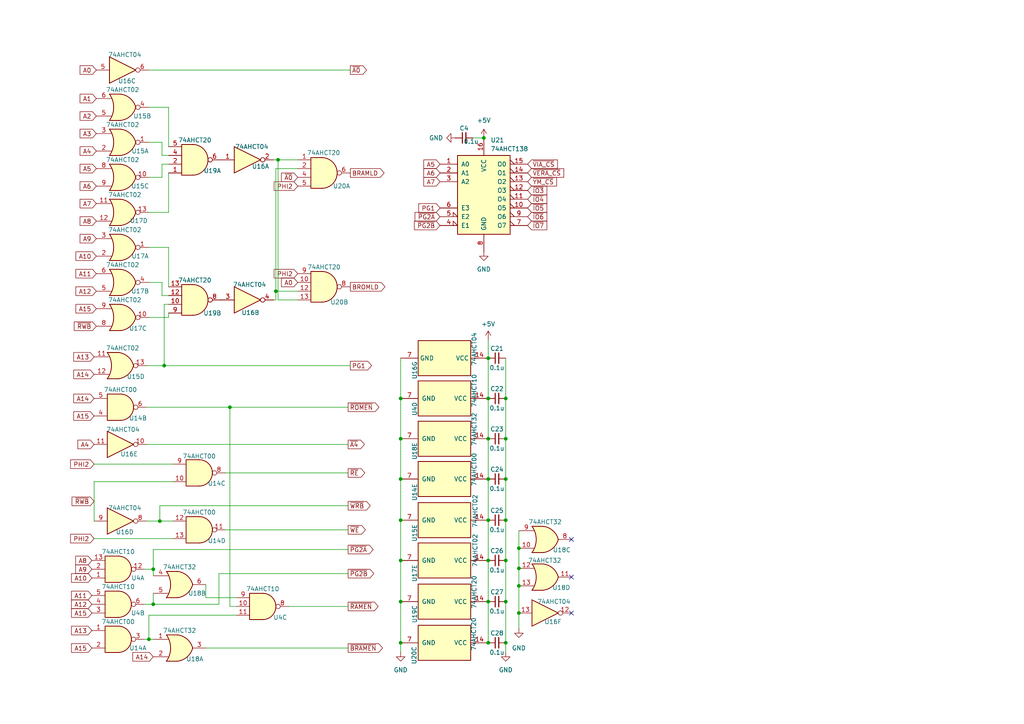
<source format=kicad_sch>
(kicad_sch (version 20231120) (generator "eeschema") (generator_version "8.0")
  (paper "A4")
  (title_block (title "OtterX") (date "2022-08-21") (rev "DV1 \"Sirius\"") (company "(C) 2023 Joe Burks"))
  (lib_symbols
    (symbol "74xx:74LS00" (pin_names (offset 1.016))
      (property "Reference" "U" (at 0 1.27 0))
      (property "Value" "74LS00" (at 0 -1.27 0))
      (symbol "74LS00_1_1"
        (pin input line (at -7.62 2.54 0) (length 3.81) (name "~") (number "1"))
        (pin input line (at -7.62 -2.54 0) (length 3.81) (name "~") (number "2"))
        (pin output inverted (at 7.62 0 180) (length 3.81) (name "~") (number "3"))
      )
      (symbol "74LS00_1_2"
        (pin input inverted (at -7.62 2.54 0) (length 4.318) (name "~") (number "1"))
        (pin input inverted (at -7.62 -2.54 0) (length 4.318) (name "~") (number "2"))
        (pin output line (at 7.62 0 180) (length 3.81) (name "~") (number "3"))
      )
      (symbol "74LS00_2_1"
        (pin input line (at -7.62 2.54 0) (length 3.81) (name "~") (number "4"))
        (pin input line (at -7.62 -2.54 0) (length 3.81) (name "~") (number "5"))
        (pin output inverted (at 7.62 0 180) (length 3.81) (name "~") (number "6"))
      )
      (symbol "74LS00_2_2"
        (pin input inverted (at -7.62 2.54 0) (length 4.318) (name "~") (number "4"))
        (pin input inverted (at -7.62 -2.54 0) (length 4.318) (name "~") (number "5"))
        (pin output line (at 7.62 0 180) (length 3.81) (name "~") (number "6"))
      )
      (symbol "74LS00_3_1"
        (pin input line (at -7.62 -2.54 0) (length 3.81) (name "~") (number "10"))
        (pin output inverted (at 7.62 0 180) (length 3.81) (name "~") (number "8"))
        (pin input line (at -7.62 2.54 0) (length 3.81) (name "~") (number "9"))
      )
      (symbol "74LS00_3_2"
        (pin input inverted (at -7.62 -2.54 0) (length 4.318) (name "~") (number "10"))
        (pin output line (at 7.62 0 180) (length 3.81) (name "~") (number "8"))
        (pin input inverted (at -7.62 2.54 0) (length 4.318) (name "~") (number "9"))
      )
      (symbol "74LS00_4_1"
        (pin output inverted (at 7.62 0 180) (length 3.81) (name "~") (number "11"))
        (pin input line (at -7.62 2.54 0) (length 3.81) (name "~") (number "12"))
        (pin input line (at -7.62 -2.54 0) (length 3.81) (name "~") (number "13"))
      )
      (symbol "74LS00_4_2"
        (pin output line (at 7.62 0 180) (length 3.81) (name "~") (number "11"))
        (pin input inverted (at -7.62 2.54 0) (length 4.318) (name "~") (number "12"))
        (pin input inverted (at -7.62 -2.54 0) (length 4.318) (name "~") (number "13"))
      )
      (symbol "74LS00_5_0"
        (pin power_in line (at 0 12.7 270) (length 5.08) (name "VCC") (number "14"))
        (pin power_in line (at 0 -12.7 90) (length 5.08) (name "GND") (number "7"))
      )
    )
    (symbol "74xx:74LS02" (pin_names (offset 1.016))
      (property "Reference" "U" (at 0 1.27 0))
      (property "Value" "74LS02" (at 0 -1.27 0))
      (symbol "74LS02_1_1"
        (pin output inverted (at 7.62 0 180) (length 3.81) (name "~") (number "1"))
        (pin input line (at -7.62 2.54 0) (length 4.318) (name "~") (number "2"))
        (pin input line (at -7.62 -2.54 0) (length 4.318) (name "~") (number "3"))
      )
      (symbol "74LS02_1_2"
        (pin output line (at 7.62 0 180) (length 3.81) (name "~") (number "1"))
        (pin input inverted (at -7.62 2.54 0) (length 3.81) (name "~") (number "2"))
        (pin input inverted (at -7.62 -2.54 0) (length 3.81) (name "~") (number "3"))
      )
      (symbol "74LS02_2_1"
        (pin output inverted (at 7.62 0 180) (length 3.81) (name "~") (number "4"))
        (pin input line (at -7.62 2.54 0) (length 4.318) (name "~") (number "5"))
        (pin input line (at -7.62 -2.54 0) (length 4.318) (name "~") (number "6"))
      )
      (symbol "74LS02_2_2"
        (pin output line (at 7.62 0 180) (length 3.81) (name "~") (number "4"))
        (pin input inverted (at -7.62 2.54 0) (length 3.81) (name "~") (number "5"))
        (pin input inverted (at -7.62 -2.54 0) (length 3.81) (name "~") (number "6"))
      )
      (symbol "74LS02_3_1"
        (pin output inverted (at 7.62 0 180) (length 3.81) (name "~") (number "10"))
        (pin input line (at -7.62 2.54 0) (length 4.318) (name "~") (number "8"))
        (pin input line (at -7.62 -2.54 0) (length 4.318) (name "~") (number "9"))
      )
      (symbol "74LS02_3_2"
        (pin output line (at 7.62 0 180) (length 3.81) (name "~") (number "10"))
        (pin input inverted (at -7.62 2.54 0) (length 3.81) (name "~") (number "8"))
        (pin input inverted (at -7.62 -2.54 0) (length 3.81) (name "~") (number "9"))
      )
      (symbol "74LS02_4_1"
        (pin input line (at -7.62 2.54 0) (length 4.318) (name "~") (number "11"))
        (pin input line (at -7.62 -2.54 0) (length 4.318) (name "~") (number "12"))
        (pin output inverted (at 7.62 0 180) (length 3.81) (name "~") (number "13"))
      )
      (symbol "74LS02_4_2"
        (pin input inverted (at -7.62 2.54 0) (length 3.81) (name "~") (number "11"))
        (pin input inverted (at -7.62 -2.54 0) (length 3.81) (name "~") (number "12"))
        (pin output line (at 7.62 0 180) (length 3.81) (name "~") (number "13"))
      )
      (symbol "74LS02_5_0"
        (pin power_in line (at 0 12.7 270) (length 5.08) (name "VCC") (number "14"))
        (pin power_in line (at 0 -12.7 90) (length 5.08) (name "GND") (number "7"))
      )
    )
    (symbol "74xx:74LS04"
      (property "Reference" "U" (at 0 1.27 0))
      (property "Value" "74LS04" (at 0 -1.27 0))
      (symbol "74LS04_1_0"
        (pin input line (at -7.62 0 0) (length 3.81) (name "~") (number "1"))
        (pin output inverted (at 7.62 0 180) (length 3.81) (name "~") (number "2"))
      )
      (symbol "74LS04_2_0"
        (pin input line (at -7.62 0 0) (length 3.81) (name "~") (number "3"))
        (pin output inverted (at 7.62 0 180) (length 3.81) (name "~") (number "4"))
      )
      (symbol "74LS04_3_0"
        (pin input line (at -7.62 0 0) (length 3.81) (name "~") (number "5"))
        (pin output inverted (at 7.62 0 180) (length 3.81) (name "~") (number "6"))
      )
      (symbol "74LS04_4_0"
        (pin output inverted (at 7.62 0 180) (length 3.81) (name "~") (number "8"))
        (pin input line (at -7.62 0 0) (length 3.81) (name "~") (number "9"))
      )
      (symbol "74LS04_5_0"
        (pin output inverted (at 7.62 0 180) (length 3.81) (name "~") (number "10"))
        (pin input line (at -7.62 0 0) (length 3.81) (name "~") (number "11"))
      )
      (symbol "74LS04_6_0"
        (pin output inverted (at 7.62 0 180) (length 3.81) (name "~") (number "12"))
        (pin input line (at -7.62 0 0) (length 3.81) (name "~") (number "13"))
      )
      (symbol "74LS04_7_0"
        (pin power_in line (at 0 12.7 270) (length 5.08) (name "VCC") (number "14"))
        (pin power_in line (at 0 -12.7 90) (length 5.08) (name "GND") (number "7"))
      )
    )
    (symbol "74xx:74LS10" (pin_names (offset 1.016))
      (property "Reference" "U" (at 0 1.27 0))
      (property "Value" "74LS10" (at 0 -1.27 0))
      (symbol "74LS10_1_1"
        (pin input line (at -7.62 2.54 0) (length 3.81) (name "~") (number "1"))
        (pin output inverted (at 7.62 0 180) (length 3.81) (name "~") (number "12"))
        (pin input line (at -7.62 -2.54 0) (length 3.81) (name "~") (number "13"))
        (pin input line (at -7.62 0 0) (length 3.81) (name "~") (number "2"))
      )
      (symbol "74LS10_1_2"
        (pin input inverted (at -7.62 2.54 0) (length 4.318) (name "~") (number "1"))
        (pin output line (at 7.62 0 180) (length 3.81) (name "~") (number "12"))
        (pin input inverted (at -7.62 -2.54 0) (length 4.318) (name "~") (number "13"))
        (pin input inverted (at -7.62 0 0) (length 4.953) (name "~") (number "2"))
      )
      (symbol "74LS10_2_1"
        (pin input line (at -7.62 2.54 0) (length 3.81) (name "~") (number "3"))
        (pin input line (at -7.62 0 0) (length 3.81) (name "~") (number "4"))
        (pin input line (at -7.62 -2.54 0) (length 3.81) (name "~") (number "5"))
        (pin output inverted (at 7.62 0 180) (length 3.81) (name "~") (number "6"))
      )
      (symbol "74LS10_2_2"
        (pin input inverted (at -7.62 2.54 0) (length 4.318) (name "~") (number "3"))
        (pin input inverted (at -7.62 0 0) (length 4.953) (name "~") (number "4"))
        (pin input inverted (at -7.62 -2.54 0) (length 4.318) (name "~") (number "5"))
        (pin output line (at 7.62 0 180) (length 3.81) (name "~") (number "6"))
      )
      (symbol "74LS10_3_1"
        (pin input line (at -7.62 0 0) (length 3.81) (name "~") (number "10"))
        (pin input line (at -7.62 -2.54 0) (length 3.81) (name "~") (number "11"))
        (pin output inverted (at 7.62 0 180) (length 3.81) (name "~") (number "8"))
        (pin input line (at -7.62 2.54 0) (length 3.81) (name "~") (number "9"))
      )
      (symbol "74LS10_3_2"
        (pin input inverted (at -7.62 0 0) (length 4.953) (name "~") (number "10"))
        (pin input inverted (at -7.62 -2.54 0) (length 4.318) (name "~") (number "11"))
        (pin output line (at 7.62 0 180) (length 3.81) (name "~") (number "8"))
        (pin input inverted (at -7.62 2.54 0) (length 4.318) (name "~") (number "9"))
      )
      (symbol "74LS10_4_0"
        (pin power_in line (at 0 12.7 270) (length 5.08) (name "VCC") (number "14"))
        (pin power_in line (at 0 -12.7 90) (length 5.08) (name "GND") (number "7"))
      )
    )
    (symbol "74xx:74LS138" (pin_names (offset 1.016))
      (property "Reference" "U" (at -7.62 11.43 0))
      (property "Value" "74LS138" (at -7.62 -13.97 0))
      (symbol "74LS138_1_0"
        (pin input line (at -12.7 7.62 0) (length 5.08) (name "A0") (number "1"))
        (pin output output_low (at 12.7 -5.08 180) (length 5.08) (name "O5") (number "10"))
        (pin output output_low (at 12.7 -2.54 180) (length 5.08) (name "O4") (number "11"))
        (pin output output_low (at 12.7 0 180) (length 5.08) (name "O3") (number "12"))
        (pin output output_low (at 12.7 2.54 180) (length 5.08) (name "O2") (number "13"))
        (pin output output_low (at 12.7 5.08 180) (length 5.08) (name "O1") (number "14"))
        (pin output output_low (at 12.7 7.62 180) (length 5.08) (name "O0") (number "15"))
        (pin power_in line (at 0 15.24 270) (length 5.08) (name "VCC") (number "16"))
        (pin input line (at -12.7 5.08 0) (length 5.08) (name "A1") (number "2"))
        (pin input line (at -12.7 2.54 0) (length 5.08) (name "A2") (number "3"))
        (pin input input_low (at -12.7 -10.16 0) (length 5.08) (name "E1") (number "4"))
        (pin input input_low (at -12.7 -7.62 0) (length 5.08) (name "E2") (number "5"))
        (pin input line (at -12.7 -5.08 0) (length 5.08) (name "E3") (number "6"))
        (pin output output_low (at 12.7 -10.16 180) (length 5.08) (name "O7") (number "7"))
        (pin power_in line (at 0 -17.78 90) (length 5.08) (name "GND") (number "8"))
        (pin output output_low (at 12.7 -7.62 180) (length 5.08) (name "O6") (number "9"))
      )
    )
    (symbol "74xx:74LS20" (pin_names (offset 1.016))
      (property "Reference" "U" (at 0 1.27 0))
      (property "Value" "74LS20" (at 0 -1.27 0))
      (symbol "74LS20_1_1"
        (pin input line (at -7.62 3.81 0) (length 3.81) (name "~") (number "1"))
        (pin input line (at -7.62 1.27 0) (length 3.81) (name "~") (number "2"))
        (pin input line (at -7.62 -1.27 0) (length 3.81) (name "~") (number "4"))
        (pin input line (at -7.62 -3.81 0) (length 3.81) (name "~") (number "5"))
        (pin output inverted (at 7.62 0 180) (length 3.81) (name "~") (number "6"))
      )
      (symbol "74LS20_1_2"
        (pin input inverted (at -7.62 3.81 0) (length 3.81) (name "~") (number "1"))
        (pin input inverted (at -7.62 1.27 0) (length 4.826) (name "~") (number "2"))
        (pin input inverted (at -7.62 -1.27 0) (length 4.826) (name "~") (number "4"))
        (pin input inverted (at -7.62 -3.81 0) (length 3.81) (name "~") (number "5"))
        (pin output line (at 7.62 0 180) (length 3.81) (name "~") (number "6"))
      )
      (symbol "74LS20_2_1"
        (pin input line (at -7.62 1.27 0) (length 3.81) (name "~") (number "10"))
        (pin input line (at -7.62 -1.27 0) (length 3.81) (name "~") (number "12"))
        (pin input line (at -7.62 -3.81 0) (length 3.81) (name "~") (number "13"))
        (pin output inverted (at 7.62 0 180) (length 3.81) (name "~") (number "8"))
        (pin input line (at -7.62 3.81 0) (length 3.81) (name "~") (number "9"))
      )
      (symbol "74LS20_2_2"
        (pin input inverted (at -7.62 1.27 0) (length 4.826) (name "~") (number "10"))
        (pin input inverted (at -7.62 -1.27 0) (length 4.826) (name "~") (number "12"))
        (pin input inverted (at -7.62 -3.81 0) (length 3.81) (name "~") (number "13"))
        (pin output line (at 7.62 0 180) (length 3.81) (name "~") (number "8"))
        (pin input inverted (at -7.62 3.81 0) (length 3.81) (name "~") (number "9"))
      )
      (symbol "74LS20_3_0"
        (pin power_in line (at 0 12.7 270) (length 5.08) (name "VCC") (number "14"))
        (pin power_in line (at 0 -12.7 90) (length 5.08) (name "GND") (number "7"))
      )
    )
    (symbol "74xx:74LS32" (pin_names (offset 1.016))
      (property "Reference" "U" (at 0 1.27 0))
      (property "Value" "74LS32" (at 0 -1.27 0))
      (symbol "74LS32_1_1"
        (pin input line (at -7.62 2.54 0) (length 4.318) (name "~") (number "1"))
        (pin input line (at -7.62 -2.54 0) (length 4.318) (name "~") (number "2"))
        (pin output line (at 7.62 0 180) (length 3.81) (name "~") (number "3"))
      )
      (symbol "74LS32_1_2"
        (pin input inverted (at -7.62 2.54 0) (length 3.81) (name "~") (number "1"))
        (pin input inverted (at -7.62 -2.54 0) (length 3.81) (name "~") (number "2"))
        (pin output inverted (at 7.62 0 180) (length 3.81) (name "~") (number "3"))
      )
      (symbol "74LS32_2_1"
        (pin input line (at -7.62 2.54 0) (length 4.318) (name "~") (number "4"))
        (pin input line (at -7.62 -2.54 0) (length 4.318) (name "~") (number "5"))
        (pin output line (at 7.62 0 180) (length 3.81) (name "~") (number "6"))
      )
      (symbol "74LS32_2_2"
        (pin input inverted (at -7.62 2.54 0) (length 3.81) (name "~") (number "4"))
        (pin input inverted (at -7.62 -2.54 0) (length 3.81) (name "~") (number "5"))
        (pin output inverted (at 7.62 0 180) (length 3.81) (name "~") (number "6"))
      )
      (symbol "74LS32_3_1"
        (pin input line (at -7.62 -2.54 0) (length 4.318) (name "~") (number "10"))
        (pin output line (at 7.62 0 180) (length 3.81) (name "~") (number "8"))
        (pin input line (at -7.62 2.54 0) (length 4.318) (name "~") (number "9"))
      )
      (symbol "74LS32_3_2"
        (pin input inverted (at -7.62 -2.54 0) (length 3.81) (name "~") (number "10"))
        (pin output inverted (at 7.62 0 180) (length 3.81) (name "~") (number "8"))
        (pin input inverted (at -7.62 2.54 0) (length 3.81) (name "~") (number "9"))
      )
      (symbol "74LS32_4_1"
        (pin output line (at 7.62 0 180) (length 3.81) (name "~") (number "11"))
        (pin input line (at -7.62 2.54 0) (length 4.318) (name "~") (number "12"))
        (pin input line (at -7.62 -2.54 0) (length 4.318) (name "~") (number "13"))
      )
      (symbol "74LS32_4_2"
        (pin output inverted (at 7.62 0 180) (length 3.81) (name "~") (number "11"))
        (pin input inverted (at -7.62 2.54 0) (length 3.81) (name "~") (number "12"))
        (pin input inverted (at -7.62 -2.54 0) (length 3.81) (name "~") (number "13"))
      )
      (symbol "74LS32_5_0"
        (pin power_in line (at 0 12.7 270) (length 5.08) (name "VCC") (number "14"))
        (pin power_in line (at 0 -12.7 90) (length 5.08) (name "GND") (number "7"))
      )
    )
    (symbol "Device:C_Small" (pin_numbers hide) (pin_names (offset 0.254) hide)
      (property "Reference" "C" (at 0.254 1.778 0))
      (property "Value" "C_Small" (at 0.254 -2.032 0))
      (symbol "C_Small_1_1"
        (pin passive line (at 0 2.54 270) (length 2.032) (name "~") (number "1"))
        (pin passive line (at 0 -2.54 90) (length 2.032) (name "~") (number "2"))
      )
    )
    (symbol "power:+5V" (power) (pin_numbers hide) (pin_names (offset 0) hide)
      (property "Value" "+5V" (at 0 3.556 0))
      (symbol "+5V_1_1"
        (pin power_in line (at 0 0 90) (length 0) (name "~") (number "1"))
      )
    )
    (symbol "power:GND" (power) (pin_numbers hide) (pin_names (offset 0) hide)
      (property "Value" "GND" (at 0 -3.81 0))
      (symbol "GND_1_1"
        (pin power_in line (at 0 0 270) (length 0) (name "~") (number "1"))
      )
    )
  )
  (junction (at 141.605 186.436))
  (junction (at 146.685 186.436))
  (junction (at 146.685 150.876))
  (junction (at 46.355 151.13))
  (junction (at 116.205 127.254))
  (junction (at 43.18 185.42))
  (junction (at 80.645 46.355))
  (junction (at 140.335 40.005))
  (junction (at 141.605 162.56))
  (junction (at 116.205 162.56))
  (junction (at 116.205 174.498))
  (junction (at 116.205 138.938))
  (junction (at 44.45 175.26))
  (junction (at 44.45 165.1))
  (junction (at 141.605 127.254))
  (junction (at 80.01 84.455))
  (junction (at 146.685 174.498))
  (junction (at 146.685 115.57))
  (junction (at 146.685 127.254))
  (junction (at 141.605 103.886))
  (junction (at 116.205 150.876))
  (junction (at 116.205 186.436))
  (junction (at 150.495 159.004))
  (junction (at 141.605 115.57))
  (junction (at 141.605 138.938))
  (junction (at 150.495 169.926))
  (junction (at 146.685 138.938))
  (junction (at 150.495 164.846))
  (junction (at 141.605 174.498))
  (junction (at 150.495 177.8))
  (junction (at 141.605 150.876))
  (junction (at 146.685 162.56))
  (junction (at 66.675 118.11))
  (junction (at 47.625 106.045))
  (junction (at 116.205 115.57))
  (no_connect (at 165.735 156.464))
  (no_connect (at 165.735 167.386))
  (no_connect (at 165.735 177.8))
  (wire (pts (xy 141.605 127.254) (xy 141.605 138.938)))
  (wire (pts (xy 48.895 31.115) (xy 43.18 31.115)))
  (wire (pts (xy 43.18 185.42) (xy 44.45 185.42)))
  (wire (pts (xy 80.645 46.355) (xy 80.645 86.995)))
  (wire (pts (xy 141.605 150.876) (xy 141.605 162.56)))
  (wire (pts (xy 27.305 134.62) (xy 50.165 134.62)))
  (wire (pts (xy 116.205 186.436) (xy 116.205 189.23)))
  (wire (pts (xy 41.91 175.26) (xy 44.45 175.26)))
  (wire (pts (xy 146.685 162.56) (xy 146.685 174.498)))
  (wire (pts (xy 63.5 175.26) (xy 63.5 166.37)))
  (wire (pts (xy 46.99 51.435) (xy 43.18 51.435)))
  (wire (pts (xy 46.99 45.085) (xy 46.99 41.275)))
  (wire (pts (xy 80.01 48.895) (xy 86.36 48.895)))
  (wire (pts (xy 47.625 88.265) (xy 48.895 88.265)))
  (wire (pts (xy 47.625 106.045) (xy 101.6 106.045)))
  (wire (pts (xy 79.375 86.995) (xy 80.01 86.995)))
  (wire (pts (xy 141.605 98.552) (xy 141.605 103.886)))
  (wire (pts (xy 48.895 83.185) (xy 48.895 71.755)))
  (wire (pts (xy 150.495 159.004) (xy 150.495 164.846)))
  (wire (pts (xy 44.45 175.26) (xy 63.5 175.26)))
  (wire (pts (xy 116.205 174.498) (xy 116.205 186.436)))
  (wire (pts (xy 27.305 139.7) (xy 50.165 139.7)))
  (wire (pts (xy 66.675 175.895) (xy 66.675 118.11)))
  (wire (pts (xy 116.205 138.938) (xy 116.205 150.876)))
  (wire (pts (xy 43.18 178.435) (xy 43.18 185.42)))
  (wire (pts (xy 141.605 103.886) (xy 141.605 115.57)))
  (wire (pts (xy 44.45 172.085) (xy 44.45 175.26)))
  (wire (pts (xy 43.18 81.915) (xy 46.99 81.915)))
  (wire (pts (xy 146.685 150.876) (xy 146.685 162.56)))
  (wire (pts (xy 44.45 165.1) (xy 41.91 165.1)))
  (wire (pts (xy 46.99 41.275) (xy 43.18 41.275)))
  (wire (pts (xy 44.45 165.1) (xy 44.45 159.385)))
  (wire (pts (xy 141.605 138.938) (xy 141.605 150.876)))
  (wire (pts (xy 43.18 71.755) (xy 48.895 71.755)))
  (wire (pts (xy 79.375 46.355) (xy 80.645 46.355)))
  (wire (pts (xy 146.685 186.436) (xy 146.685 189.23)))
  (wire (pts (xy 146.685 138.938) (xy 146.685 150.876)))
  (wire (pts (xy 80.01 48.895) (xy 80.01 84.455)))
  (wire (pts (xy 100.965 175.895) (xy 83.82 175.895)))
  (wire (pts (xy 150.495 169.926) (xy 150.495 177.8)))
  (wire (pts (xy 116.205 103.886) (xy 116.205 115.57)))
  (wire (pts (xy 42.545 106.045) (xy 47.625 106.045)))
  (wire (pts (xy 150.495 164.846) (xy 150.495 169.926)))
  (wire (pts (xy 100.965 153.67) (xy 65.405 153.67)))
  (wire (pts (xy 44.45 159.385) (xy 100.965 159.385)))
  (wire (pts (xy 80.645 86.995) (xy 86.36 86.995)))
  (wire (pts (xy 100.965 187.96) (xy 59.69 187.96)))
  (wire (pts (xy 66.675 118.11) (xy 100.965 118.11)))
  (wire (pts (xy 43.18 92.075) (xy 48.895 92.075)))
  (wire (pts (xy 44.45 165.1) (xy 44.45 167.005)))
  (wire (pts (xy 68.58 175.895) (xy 66.675 175.895)))
  (wire (pts (xy 48.895 50.165) (xy 48.895 61.595)))
  (wire (pts (xy 48.895 90.805) (xy 48.895 92.075)))
  (wire (pts (xy 48.895 61.595) (xy 43.18 61.595)))
  (wire (pts (xy 48.895 47.625) (xy 46.99 47.625)))
  (wire (pts (xy 141.605 174.498) (xy 141.605 186.436)))
  (wire (pts (xy 48.895 45.085) (xy 46.99 45.085)))
  (wire (pts (xy 42.545 128.905) (xy 100.965 128.905)))
  (wire (pts (xy 80.645 46.355) (xy 86.36 46.355)))
  (wire (pts (xy 46.99 47.625) (xy 46.99 51.435)))
  (wire (pts (xy 141.605 115.57) (xy 141.605 127.254)))
  (wire (pts (xy 116.205 150.876) (xy 116.205 162.56)))
  (wire (pts (xy 80.01 84.455) (xy 80.01 86.995)))
  (wire (pts (xy 100.965 146.685) (xy 46.355 146.685)))
  (wire (pts (xy 146.685 174.498) (xy 146.685 186.436)))
  (wire (pts (xy 43.18 178.435) (xy 68.58 178.435)))
  (wire (pts (xy 80.01 84.455) (xy 86.36 84.455)))
  (wire (pts (xy 46.355 151.13) (xy 50.165 151.13)))
  (wire (pts (xy 116.205 162.56) (xy 116.205 174.498)))
  (wire (pts (xy 42.545 118.11) (xy 66.675 118.11)))
  (wire (pts (xy 116.205 127.254) (xy 116.205 138.938)))
  (wire (pts (xy 150.495 153.924) (xy 150.495 159.004)))
  (wire (pts (xy 137.16 40.005) (xy 140.335 40.005)))
  (wire (pts (xy 146.685 127.254) (xy 146.685 138.938)))
  (wire (pts (xy 48.895 42.545) (xy 48.895 31.115)))
  (wire (pts (xy 27.305 151.13) (xy 27.305 139.7)))
  (wire (pts (xy 100.965 137.16) (xy 65.405 137.16)))
  (wire (pts (xy 116.205 115.57) (xy 116.205 127.254)))
  (wire (pts (xy 42.545 151.13) (xy 46.355 151.13)))
  (wire (pts (xy 41.91 185.42) (xy 43.18 185.42)))
  (wire (pts (xy 59.69 173.355) (xy 68.58 173.355)))
  (wire (pts (xy 146.685 115.57) (xy 146.685 127.254)))
  (wire (pts (xy 101.6 20.32) (xy 43.18 20.32)))
  (wire (pts (xy 46.99 85.725) (xy 46.99 81.915)))
  (wire (pts (xy 150.495 177.8) (xy 150.495 182.372)))
  (wire (pts (xy 48.895 85.725) (xy 46.99 85.725)))
  (wire (pts (xy 146.685 103.886) (xy 146.685 115.57)))
  (wire (pts (xy 63.5 166.37) (xy 100.965 166.37)))
  (wire (pts (xy 59.69 169.545) (xy 59.69 173.355)))
  (wire (pts (xy 46.355 146.685) (xy 46.355 151.13)))
  (wire (pts (xy 27.305 156.21) (xy 50.165 156.21)))
  (wire (pts (xy 141.605 162.56) (xy 141.605 174.498)))
  (wire (pts (xy 47.625 88.265) (xy 47.625 106.045)))
  (global_label "A8" (shape input) (at 26.67 162.56 180) (property "Intersheetrefs" "${INTERSHEET_REFS}" (effects (hide yes))))
  (global_label "PHI2" (shape input) (at 86.36 53.975 180) (property "Intersheetrefs" "${INTERSHEET_REFS}" (effects (hide yes))))
  (global_label "A0" (shape input) (at 27.94 20.32 180) (property "Intersheetrefs" "${INTERSHEET_REFS}" (effects (hide yes))))
  (global_label "~{IO6}" (shape input) (at 153.035 62.865 0) (property "Intersheetrefs" "${INTERSHEET_REFS}" (effects (hide yes))))
  (global_label "A11" (shape input) (at 27.94 79.375 180) (property "Intersheetrefs" "${INTERSHEET_REFS}" (effects (hide yes))))
  (global_label "BROMLD" (shape output) (at 101.6 83.185 0) (property "Intersheetrefs" "${INTERSHEET_REFS}" (effects (hide yes))))
  (global_label "A13" (shape input) (at 27.305 103.505 180) (property "Intersheetrefs" "${INTERSHEET_REFS}" (effects (hide yes))))
  (global_label "A4" (shape input) (at 27.94 43.815 180) (property "Intersheetrefs" "${INTERSHEET_REFS}" (effects (hide yes))))
  (global_label "A3" (shape input) (at 27.94 38.735 180) (property "Intersheetrefs" "${INTERSHEET_REFS}" (effects (hide yes))))
  (global_label "A15" (shape input) (at 26.67 177.8 180) (property "Intersheetrefs" "${INTERSHEET_REFS}" (effects (hide yes))))
  (global_label "~{IO4}" (shape input) (at 153.035 57.785 0) (property "Intersheetrefs" "${INTERSHEET_REFS}" (effects (hide yes))))
  (global_label "A8" (shape input) (at 27.94 64.135 180) (property "Intersheetrefs" "${INTERSHEET_REFS}" (effects (hide yes))))
  (global_label "~{A4}" (shape output) (at 100.965 128.905 0) (property "Intersheetrefs" "${INTERSHEET_REFS}" (effects (hide yes))))
  (global_label "~{YM_CS}" (shape input) (at 153.035 52.705 0) (property "Intersheetrefs" "${INTERSHEET_REFS}" (effects (hide yes))))
  (global_label "A6" (shape input) (at 127.635 50.165 180) (property "Intersheetrefs" "${INTERSHEET_REFS}" (effects (hide yes))))
  (global_label "~{WE}" (shape output) (at 100.965 153.67 0) (property "Intersheetrefs" "${INTERSHEET_REFS}" (effects (hide yes))))
  (global_label "A9" (shape input) (at 27.94 69.215 180) (property "Intersheetrefs" "${INTERSHEET_REFS}" (effects (hide yes))))
  (global_label "A4" (shape input) (at 27.305 128.905 180) (property "Intersheetrefs" "${INTERSHEET_REFS}" (effects (hide yes))))
  (global_label "A15" (shape input) (at 26.67 187.96 180) (property "Intersheetrefs" "${INTERSHEET_REFS}" (effects (hide yes))))
  (global_label "A15" (shape input) (at 27.305 120.65 180) (property "Intersheetrefs" "${INTERSHEET_REFS}" (effects (hide yes))))
  (global_label "PHI2" (shape input) (at 86.36 79.375 180) (property "Intersheetrefs" "${INTERSHEET_REFS}" (effects (hide yes))))
  (global_label "~{PG2B}" (shape output) (at 100.965 166.37 0) (property "Intersheetrefs" "${INTERSHEET_REFS}" (effects (hide yes))))
  (global_label "A1" (shape input) (at 27.94 28.575 180) (property "Intersheetrefs" "${INTERSHEET_REFS}" (effects (hide yes))))
  (global_label "~{RWB}" (shape input) (at 27.305 145.415 180) (property "Intersheetrefs" "${INTERSHEET_REFS}" (effects (hide yes))))
  (global_label "~{PG2A}" (shape output) (at 100.965 159.385 0) (property "Intersheetrefs" "${INTERSHEET_REFS}" (effects (hide yes))))
  (global_label "A2" (shape input) (at 27.94 33.655 180) (property "Intersheetrefs" "${INTERSHEET_REFS}" (effects (hide yes))))
  (global_label "A6" (shape input) (at 27.94 53.975 180) (property "Intersheetrefs" "${INTERSHEET_REFS}" (effects (hide yes))))
  (global_label "A10" (shape input) (at 26.67 167.64 180) (property "Intersheetrefs" "${INTERSHEET_REFS}" (effects (hide yes))))
  (global_label "A12" (shape input) (at 27.94 84.455 180) (property "Intersheetrefs" "${INTERSHEET_REFS}" (effects (hide yes))))
  (global_label "~{IO7}" (shape input) (at 153.035 65.405 0) (property "Intersheetrefs" "${INTERSHEET_REFS}" (effects (hide yes))))
  (global_label "A7" (shape input) (at 27.94 59.055 180) (property "Intersheetrefs" "${INTERSHEET_REFS}" (effects (hide yes))))
  (global_label "~{RAMEN}" (shape output) (at 100.965 175.895 0) (property "Intersheetrefs" "${INTERSHEET_REFS}" (effects (hide yes))))
  (global_label "~{RE}" (shape output) (at 100.965 137.16 0) (property "Intersheetrefs" "${INTERSHEET_REFS}" (effects (hide yes))))
  (global_label "A14" (shape input) (at 27.305 115.57 180) (property "Intersheetrefs" "${INTERSHEET_REFS}" (effects (hide yes))))
  (global_label "A5" (shape input) (at 27.94 48.895 180) (property "Intersheetrefs" "${INTERSHEET_REFS}" (effects (hide yes))))
  (global_label "A5" (shape input) (at 127.635 47.625 180) (property "Intersheetrefs" "${INTERSHEET_REFS}" (effects (hide yes))))
  (global_label "~{ROMEN}" (shape output) (at 100.965 118.11 0) (property "Intersheetrefs" "${INTERSHEET_REFS}" (effects (hide yes))))
  (global_label "~{PG2A}" (shape input) (at 127.635 62.865 180) (property "Intersheetrefs" "${INTERSHEET_REFS}" (effects (hide yes))))
  (global_label "A7" (shape input) (at 127.635 52.705 180) (property "Intersheetrefs" "${INTERSHEET_REFS}" (effects (hide yes))))
  (global_label "~{IO5}" (shape input) (at 153.035 60.325 0) (property "Intersheetrefs" "${INTERSHEET_REFS}" (effects (hide yes))))
  (global_label "A11" (shape input) (at 26.67 172.72 180) (property "Intersheetrefs" "${INTERSHEET_REFS}" (effects (hide yes))))
  (global_label "A15" (shape input) (at 27.94 89.535 180) (property "Intersheetrefs" "${INTERSHEET_REFS}" (effects (hide yes))))
  (global_label "A0" (shape input) (at 86.36 81.915 180) (property "Intersheetrefs" "${INTERSHEET_REFS}" (effects (hide yes))))
  (global_label "A12" (shape input) (at 26.67 175.26 180) (property "Intersheetrefs" "${INTERSHEET_REFS}" (effects (hide yes))))
  (global_label "~{WRB}" (shape output) (at 100.965 146.685 0) (property "Intersheetrefs" "${INTERSHEET_REFS}" (effects (hide yes))))
  (global_label "~{PG2B}" (shape input) (at 127.635 65.405 180) (property "Intersheetrefs" "${INTERSHEET_REFS}" (effects (hide yes))))
  (global_label "~{A0}" (shape output) (at 101.6 20.32 0) (property "Intersheetrefs" "${INTERSHEET_REFS}" (effects (hide yes))))
  (global_label "A14" (shape input) (at 44.45 190.5 180) (property "Intersheetrefs" "${INTERSHEET_REFS}" (effects (hide yes))))
  (global_label "A9" (shape input) (at 26.67 165.1 180) (property "Intersheetrefs" "${INTERSHEET_REFS}" (effects (hide yes))))
  (global_label "A13" (shape input) (at 26.67 182.88 180) (property "Intersheetrefs" "${INTERSHEET_REFS}" (effects (hide yes))))
  (global_label "~{RWB}" (shape input) (at 27.94 94.615 180) (property "Intersheetrefs" "${INTERSHEET_REFS}" (effects (hide yes))))
  (global_label "PHI2" (shape input) (at 27.305 134.62 180) (property "Intersheetrefs" "${INTERSHEET_REFS}" (effects (hide yes))))
  (global_label "~{VIA_CS}" (shape input) (at 153.035 47.625 0) (property "Intersheetrefs" "${INTERSHEET_REFS}" (effects (hide yes))))
  (global_label "PG1" (shape input) (at 127.635 60.325 180) (property "Intersheetrefs" "${INTERSHEET_REFS}" (effects (hide yes))))
  (global_label "BRAMLD" (shape output) (at 101.6 50.165 0) (property "Intersheetrefs" "${INTERSHEET_REFS}" (effects (hide yes))))
  (global_label "A14" (shape input) (at 27.305 108.585 180) (property "Intersheetrefs" "${INTERSHEET_REFS}" (effects (hide yes))))
  (global_label "~{BRAMEN}" (shape output) (at 100.965 187.96 0) (property "Intersheetrefs" "${INTERSHEET_REFS}" (effects (hide yes))))
  (global_label "~{VERA_CS}" (shape input) (at 153.035 50.165 0) (property "Intersheetrefs" "${INTERSHEET_REFS}" (effects (hide yes))))
  (global_label "PG1" (shape output) (at 101.6 106.045 0) (property "Intersheetrefs" "${INTERSHEET_REFS}" (effects (hide yes))))
  (global_label "PHI2" (shape input) (at 27.305 156.21 180) (property "Intersheetrefs" "${INTERSHEET_REFS}" (effects (hide yes))))
  (global_label "~{A0}" (shape input) (at 86.36 51.435 180) (property "Intersheetrefs" "${INTERSHEET_REFS}" (effects (hide yes))))
  (global_label "~{IO3}" (shape input) (at 153.035 55.245 0) (property "Intersheetrefs" "${INTERSHEET_REFS}" (effects (hide yes))))
  (global_label "A10" (shape input) (at 27.94 74.295 180) (property "Intersheetrefs" "${INTERSHEET_REFS}" (effects (hide yes))))
  (symbol (lib_id "74xx:74LS32") (at 158.115 156.464 0) (unit 3)
    (property "Reference" "U18" (at 162.941 159.512 0))
    (property "Value" "74AHCT32" (at 158.115 151.384 0))
    (property "Footprint" "OtterX:DIP-14_W7.62mm_ShortWidePads" (effects (hide yes)))
    (property "Datasheet" "http://www.ti.com/lit/gpn/sn74LS32" (effects (hide yes)))
  )
  (symbol (lib_id "Device:C_Small") (at 144.145 115.57 90) (unit 1)
    (property "Reference" "C22" (at 144.145 112.776 90))
    (property "Value" "0.1u" (at 144.145 118.364 90))
    (property "Footprint" "Capacitor_THT:C_Disc_D4.3mm_W1.9mm_P5.00mm" (effects (hide yes)))
  )
  (symbol (lib_id "Device:C_Small") (at 144.145 103.886 90) (unit 1)
    (property "Reference" "C21" (at 144.145 101.092 90))
    (property "Value" "0.1u" (at 144.145 106.68 90))
    (property "Footprint" "Capacitor_THT:C_Disc_D4.3mm_W1.9mm_P5.00mm" (effects (hide yes)))
  )
  (symbol (lib_id "74xx:74LS02") (at 35.56 92.075 0) (mirror x) (unit 3)
    (property "Reference" "U17" (at 40.005 95.25 0))
    (property "Value" "74AHCT02" (at 36.195 86.995 0))
    (property "Footprint" "OtterX:DIP-14_W7.62mm_ShortWidePads" (effects (hide yes)))
    (property "Datasheet" "http://www.ti.com/lit/gpn/sn74ls02" (effects (hide yes)))
  )
  (symbol (lib_id "74xx:74LS10") (at 34.29 165.1 0) (mirror x) (unit 1)
    (property "Reference" "U4" (at 40.005 167.64 0))
    (property "Value" "74AHCT10" (at 34.29 160.02 0))
    (property "Footprint" "OtterX:DIP-14_W7.62mm_ShortWidePads" (effects (hide yes)))
    (property "Datasheet" "http://www.ti.com/lit/gpn/sn74LS10" (effects (hide yes)))
  )
  (symbol (lib_id "74xx:74LS32") (at 52.07 187.96 0) (unit 1)
    (property "Reference" "U18" (at 56.515 191.135 0))
    (property "Value" "74AHCT32" (at 52.07 182.88 0))
    (property "Footprint" "OtterX:DIP-14_W7.62mm_ShortWidePads" (effects (hide yes)))
    (property "Datasheet" "http://www.ti.com/lit/gpn/sn74LS32" (effects (hide yes)))
  )
  (symbol (lib_id "power:GND") (at 150.495 182.372 0) (unit 1)
    (property "Reference" "#PWR034" (effects (hide yes)))
    (property "Value" "GND" (at 150.495 187.96 0))
    (property "Description" "Power symbol creates a global label with name \"GND\" , ground" (effects (hide yes)))
  )
  (symbol (lib_id "74xx:74LS20") (at 56.515 86.995 0) (mirror x) (unit 2)
    (property "Reference" "U19" (at 61.595 90.805 0))
    (property "Value" "74AHCT20" (at 56.515 81.28 0))
    (property "Footprint" "OtterX:DIP-14_W7.62mm_ShortWidePads" (effects (hide yes)))
    (property "Datasheet" "http://www.ti.com/lit/gpn/sn74LS20" (effects (hide yes)))
    (property "Description" "Dual 4-input NAND" (effects (hide yes)))
  )
  (symbol (lib_id "74xx:74LS20") (at 93.98 83.185 0) (unit 2)
    (property "Reference" "U20" (at 98.425 87.63 0))
    (property "Value" "74AHCT20" (at 93.98 77.47 0))
    (property "Footprint" "OtterX:DIP-14_W7.62mm_ShortWidePads" (effects (hide yes)))
    (property "Datasheet" "http://www.ti.com/lit/gpn/sn74LS20" (effects (hide yes)))
    (property "Description" "Dual 4-input NAND" (effects (hide yes)))
  )
  (symbol (lib_id "power:+5V") (at 140.335 40.005 0) (unit 1)
    (property "Reference" "#PWR030" (effects (hide yes)))
    (property "Value" "+5V" (at 140.335 34.925 0))
    (property "Description" "Power symbol creates a global label with name \"+5V\"" (effects (hide yes)))
  )
  (symbol (lib_id "74xx:74LS04") (at 128.905 103.886 270) (unit 7)
    (property "Reference" "U16" (at 120.269 104.775 0) (effects (justify left)))
    (property "Value" "74AHCT04" (at 137.541 96.393 0) (effects (justify left)))
    (property "Footprint" "OtterX:DIP-14_W7.62mm_ShortWidePads" (effects (hide yes)))
    (property "Datasheet" "http://www.ti.com/lit/gpn/sn74LS04" (effects (hide yes)))
  )
  (symbol (lib_id "power:GND") (at 116.205 189.23 0) (unit 1)
    (property "Reference" "#PWR026" (effects (hide yes)))
    (property "Value" "GND" (at 116.205 194.31 0))
    (property "Description" "Power symbol creates a global label with name \"GND\" , ground" (effects (hide yes)))
  )
  (symbol (lib_id "74xx:74LS04") (at 158.115 177.8 0) (unit 6)
    (property "Reference" "U16" (at 160.401 180.34 0))
    (property "Value" "74AHCT04" (at 160.655 174.498 0))
    (property "Footprint" "OtterX:DIP-14_W7.62mm_ShortWidePads" (effects (hide yes)))
    (property "Datasheet" "http://www.ti.com/lit/gpn/sn74LS04" (effects (hide yes)))
  )
  (symbol (lib_id "Device:C_Small") (at 144.145 138.938 90) (unit 1)
    (property "Reference" "C24" (at 144.145 136.144 90))
    (property "Value" "0.1u" (at 144.145 141.732 90))
    (property "Footprint" "Capacitor_THT:C_Disc_D4.3mm_W1.9mm_P5.00mm" (effects (hide yes)))
  )
  (symbol (lib_id "Device:C_Small") (at 144.145 186.436 90) (unit 1)
    (property "Reference" "C28" (at 144.145 183.642 90))
    (property "Value" "0.1u" (at 144.145 189.23 90))
    (property "Footprint" "Capacitor_THT:C_Disc_D4.3mm_W1.9mm_P5.00mm" (effects (hide yes)))
  )
  (symbol (lib_id "74xx:74LS00") (at 34.29 185.42 0) (unit 1)
    (property "Reference" "U14" (at 40.005 187.96 0))
    (property "Value" "74AHCT00" (at 34.29 180.34 0))
    (property "Footprint" "OtterX:DIP-14_W7.62mm_ShortWidePads" (effects (hide yes)))
    (property "Datasheet" "http://www.ti.com/lit/gpn/sn74ls00" (effects (hide yes)))
  )
  (symbol (lib_id "power:GND") (at 132.08 40.005 270) (unit 1)
    (property "Reference" "#PWR027" (effects (hide yes)))
    (property "Value" "GND" (at 128.524 40.0049 90) (effects (justify right)))
    (property "Description" "Power symbol creates a global label with name \"GND\" , ground" (effects (hide yes)))
  )
  (symbol (lib_id "74xx:74LS02") (at 128.905 150.876 270) (unit 5)
    (property "Reference" "U15" (at 120.269 152.019 0) (effects (justify left)))
    (property "Value" "74AHCT02" (at 137.795 143.383 0) (effects (justify left)))
    (property "Footprint" "OtterX:DIP-14_W7.62mm_ShortWidePads" (effects (hide yes)))
    (property "Datasheet" "http://www.ti.com/lit/gpn/sn74ls02" (effects (hide yes)))
  )
  (symbol (lib_id "74xx:74LS32") (at 128.905 127.254 270) (unit 5)
    (property "Reference" "U18" (at 120.269 128.27 0) (effects (justify left)))
    (property "Value" "74AHCT32" (at 137.541 119.634 0) (effects (justify left)))
    (property "Footprint" "OtterX:DIP-14_W7.62mm_ShortWidePads" (effects (hide yes)))
    (property "Datasheet" "http://www.ti.com/lit/gpn/sn74LS32" (effects (hide yes)))
  )
  (symbol (lib_id "74xx:74LS10") (at 34.29 175.26 0) (mirror x) (unit 2)
    (property "Reference" "U4" (at 40.005 177.8 0))
    (property "Value" "74AHCT10" (at 34.29 170.18 0))
    (property "Footprint" "OtterX:DIP-14_W7.62mm_ShortWidePads" (effects (hide yes)))
    (property "Datasheet" "http://www.ti.com/lit/gpn/sn74LS10" (effects (hide yes)))
  )
  (symbol (lib_id "74xx:74LS04") (at 35.56 20.32 0) (unit 3)
    (property "Reference" "U16" (at 36.83 23.495 0))
    (property "Value" "74AHCT04" (at 36.195 15.875 0))
    (property "Footprint" "OtterX:DIP-14_W7.62mm_ShortWidePads" (effects (hide yes)))
    (property "Datasheet" "http://www.ti.com/lit/gpn/sn74LS04" (effects (hide yes)))
  )
  (symbol (lib_id "Device:C_Small") (at 144.145 162.56 90) (unit 1)
    (property "Reference" "C26" (at 144.145 159.766 90))
    (property "Value" "0.1u" (at 144.145 165.354 90))
    (property "Footprint" "Capacitor_THT:C_Disc_D4.3mm_W1.9mm_P5.00mm" (effects (hide yes)))
  )
  (symbol (lib_id "74xx:74LS32") (at 158.115 167.386 0) (unit 4)
    (property "Reference" "U18" (at 162.814 170.434 0))
    (property "Value" "74AHCT32" (at 157.988 162.56 0))
    (property "Footprint" "OtterX:DIP-14_W7.62mm_ShortWidePads" (effects (hide yes)))
    (property "Datasheet" "http://www.ti.com/lit/gpn/sn74LS32" (effects (hide yes)))
  )
  (symbol (lib_id "Device:C_Small") (at 134.62 40.005 90) (unit 1)
    (property "Reference" "C4" (at 134.62 37.211 90))
    (property "Value" "0.1u" (at 136.652 41.021 90))
    (property "Footprint" "Capacitor_THT:C_Disc_D4.3mm_W1.9mm_P5.00mm" (effects (hide yes)))
  )
  (symbol (lib_id "74xx:74LS04") (at 71.755 46.355 0) (unit 1)
    (property "Reference" "U16" (at 75.565 48.26 0))
    (property "Value" "74AHCT04" (at 73.025 42.545 0))
    (property "Footprint" "OtterX:DIP-14_W7.62mm_ShortWidePads" (effects (hide yes)))
    (property "Datasheet" "http://www.ti.com/lit/gpn/sn74LS04" (effects (hide yes)))
  )
  (symbol (lib_id "74xx:74LS20") (at 128.905 186.436 270) (unit 3)
    (property "Reference" "U20" (at 120.142 187.452 0) (effects (justify left)))
    (property "Value" "74AHCT20" (at 137.414 179.07 0) (effects (justify left)))
    (property "Footprint" "OtterX:DIP-14_W7.62mm_ShortWidePads" (effects (hide yes)))
    (property "Datasheet" "http://www.ti.com/lit/gpn/sn74LS20" (effects (hide yes)))
    (property "Description" "Dual 4-input NAND" (effects (hide yes)))
  )
  (symbol (lib_id "74xx:74LS10") (at 76.2 175.895 0) (unit 3)
    (property "Reference" "U4" (at 81.28 179.07 0))
    (property "Value" "74AHCT10" (at 76.2 170.815 0))
    (property "Footprint" "OtterX:DIP-14_W7.62mm_ShortWidePads" (effects (hide yes)))
    (property "Datasheet" "http://www.ti.com/lit/gpn/sn74LS10" (effects (hide yes)))
  )
  (symbol (lib_id "74xx:74LS04") (at 34.925 128.905 0) (unit 5)
    (property "Reference" "U16" (at 37.465 131.699 0))
    (property "Value" "74AHCT04" (at 35.687 124.587 0))
    (property "Footprint" "OtterX:DIP-14_W7.62mm_ShortWidePads" (effects (hide yes)))
    (property "Datasheet" "http://www.ti.com/lit/gpn/sn74LS04" (effects (hide yes)))
  )
  (symbol (lib_id "74xx:74LS20") (at 128.905 174.498 270) (unit 3)
    (property "Reference" "U19" (at 120.269 175.514 0) (effects (justify left)))
    (property "Value" "74AHCT20" (at 137.541 166.878 0) (effects (justify left)))
    (property "Footprint" "OtterX:DIP-14_W7.62mm_ShortWidePads" (effects (hide yes)))
    (property "Datasheet" "http://www.ti.com/lit/gpn/sn74LS20" (effects (hide yes)))
    (property "Description" "Dual 4-input NAND" (effects (hide yes)))
  )
  (symbol (lib_id "Device:C_Small") (at 144.145 174.498 90) (unit 1)
    (property "Reference" "C27" (at 144.145 171.704 90))
    (property "Value" "0.1u" (at 144.145 177.292 90))
    (property "Footprint" "Capacitor_THT:C_Disc_D4.3mm_W1.9mm_P5.00mm" (effects (hide yes)))
  )
  (symbol (lib_id "74xx:74LS04") (at 34.925 151.13 0) (unit 4)
    (property "Reference" "U16" (at 36.195 154.305 0))
    (property "Value" "74AHCT04" (at 36.195 147.32 0))
    (property "Footprint" "OtterX:DIP-14_W7.62mm_ShortWidePads" (effects (hide yes)))
    (property "Datasheet" "http://www.ti.com/lit/gpn/sn74LS04" (effects (hide yes)))
  )
  (symbol (lib_id "74xx:74LS02") (at 35.56 51.435 0) (unit 3)
    (property "Reference" "U15" (at 40.64 53.975 0))
    (property "Value" "74AHCT02" (at 35.56 46.355 0))
    (property "Footprint" "OtterX:DIP-14_W7.62mm_ShortWidePads" (effects (hide yes)))
    (property "Datasheet" "http://www.ti.com/lit/gpn/sn74ls02" (effects (hide yes)))
  )
  (symbol (lib_id "74xx:74LS02") (at 35.56 81.915 0) (mirror x) (unit 2)
    (property "Reference" "U17" (at 40.64 84.455 0))
    (property "Value" "74AHCT02" (at 35.56 76.835 0))
    (property "Footprint" "OtterX:DIP-14_W7.62mm_ShortWidePads" (effects (hide yes)))
    (property "Datasheet" "http://www.ti.com/lit/gpn/sn74ls02" (effects (hide yes)))
  )
  (symbol (lib_id "74xx:74LS04") (at 71.755 86.995 0) (unit 2)
    (property "Reference" "U16" (at 72.644 90.678 0))
    (property "Value" "74AHCT04" (at 72.39 82.55 0))
    (property "Footprint" "OtterX:DIP-14_W7.62mm_ShortWidePads" (effects (hide yes)))
    (property "Datasheet" "http://www.ti.com/lit/gpn/sn74LS04" (effects (hide yes)))
  )
  (symbol (lib_id "74xx:74LS10") (at 128.905 115.57 270) (unit 4)
    (property "Reference" "U4" (at 120.269 116.586 0) (effects (justify left)))
    (property "Value" "74AHCT10" (at 137.541 108.458 0) (effects (justify left)))
    (property "Footprint" "OtterX:DIP-14_W7.62mm_ShortWidePads" (effects (hide yes)))
    (property "Datasheet" "http://www.ti.com/lit/gpn/sn74LS10" (effects (hide yes)))
  )
  (symbol (lib_id "74xx:74LS02") (at 128.905 162.56 270) (unit 5)
    (property "Reference" "U17" (at 120.269 163.703 0) (effects (justify left)))
    (property "Value" "74AHCT02" (at 137.795 154.813 0) (effects (justify left)))
    (property "Footprint" "OtterX:DIP-14_W7.62mm_ShortWidePads" (effects (hide yes)))
    (property "Datasheet" "http://www.ti.com/lit/gpn/sn74ls02" (effects (hide yes)))
  )
  (symbol (lib_id "74xx:74LS02") (at 34.925 106.045 0) (unit 4)
    (property "Reference" "U15" (at 39.37 109.22 0))
    (property "Value" "74AHCT02" (at 35.56 100.965 0))
    (property "Footprint" "OtterX:DIP-14_W7.62mm_ShortWidePads" (effects (hide yes)))
    (property "Datasheet" "http://www.ti.com/lit/gpn/sn74ls02" (effects (hide yes)))
  )
  (symbol (lib_id "74xx:74LS32") (at 52.07 169.545 0) (unit 2)
    (property "Reference" "U18" (at 57.15 172.085 0))
    (property "Value" "74AHCT32" (at 52.07 164.465 0))
    (property "Footprint" "OtterX:DIP-14_W7.62mm_ShortWidePads" (effects (hide yes)))
    (property "Datasheet" "http://www.ti.com/lit/gpn/sn74LS32" (effects (hide yes)))
  )
  (symbol (lib_id "74xx:74LS02") (at 35.56 31.115 0) (mirror x) (unit 2)
    (property "Reference" "U15" (at 41.275 33.655 0))
    (property "Value" "74AHCT02" (at 35.56 26.035 0))
    (property "Footprint" "OtterX:DIP-14_W7.62mm_ShortWidePads" (effects (hide yes)))
    (property "Datasheet" "http://www.ti.com/lit/gpn/sn74ls02" (effects (hide yes)))
  )
  (symbol (lib_id "74xx:74LS00") (at 34.925 118.11 0) (mirror x) (unit 2)
    (property "Reference" "U14" (at 40.005 121.285 0))
    (property "Value" "74AHCT00" (at 34.925 113.03 0))
    (property "Footprint" "OtterX:DIP-14_W7.62mm_ShortWidePads" (effects (hide yes)))
    (property "Datasheet" "http://www.ti.com/lit/gpn/sn74ls00" (effects (hide yes)))
  )
  (symbol (lib_id "74xx:74LS20") (at 56.515 46.355 0) (mirror x) (unit 1)
    (property "Reference" "U19" (at 61.595 49.53 0))
    (property "Value" "74AHCT20" (at 56.515 40.64 0))
    (property "Footprint" "OtterX:DIP-14_W7.62mm_ShortWidePads" (effects (hide yes)))
    (property "Datasheet" "http://www.ti.com/lit/gpn/sn74LS20" (effects (hide yes)))
    (property "Description" "Dual 4-input NAND" (effects (hide yes)))
  )
  (symbol (lib_id "Device:C_Small") (at 144.145 127.254 90) (unit 1)
    (property "Reference" "C23" (at 144.145 124.46 90))
    (property "Value" "0.1u" (at 144.145 130.048 90))
    (property "Footprint" "Capacitor_THT:C_Disc_D4.3mm_W1.9mm_P5.00mm" (effects (hide yes)))
  )
  (symbol (lib_id "power:+5V") (at 141.605 98.552 0) (unit 1)
    (property "Reference" "#PWR032" (effects (hide yes)))
    (property "Value" "+5V" (at 141.605 93.98 0))
    (property "Description" "Power symbol creates a global label with name \"+5V\"" (effects (hide yes)))
  )
  (symbol (lib_id "74xx:74LS00") (at 128.905 138.938 270) (unit 5)
    (property "Reference" "U14" (at 120.269 140.208 0) (effects (justify left)))
    (property "Value" "74AHCT00" (at 137.541 131.318 0) (effects (justify left)))
    (property "Footprint" "OtterX:DIP-14_W7.62mm_ShortWidePads" (effects (hide yes)))
    (property "Datasheet" "http://www.ti.com/lit/gpn/sn74ls00" (effects (hide yes)))
  )
  (symbol (lib_id "Device:C_Small") (at 144.145 150.876 90) (unit 1)
    (property "Reference" "C25" (at 144.145 148.082 90))
    (property "Value" "0.1u" (at 144.145 153.67 90))
    (property "Footprint" "Capacitor_THT:C_Disc_D4.3mm_W1.9mm_P5.00mm" (effects (hide yes)))
  )
  (symbol (lib_id "74xx:74LS00") (at 57.785 153.67 0) (unit 4)
    (property "Reference" "U14" (at 62.865 156.845 0))
    (property "Value" "74AHCT00" (at 57.785 148.59 0))
    (property "Footprint" "OtterX:DIP-14_W7.62mm_ShortWidePads" (effects (hide yes)))
    (property "Datasheet" "http://www.ti.com/lit/gpn/sn74ls00" (effects (hide yes)))
  )
  (symbol (lib_id "power:GND") (at 146.685 189.23 0) (unit 1)
    (property "Reference" "#PWR033" (effects (hide yes)))
    (property "Value" "GND" (at 146.685 194.31 0))
    (property "Description" "Power symbol creates a global label with name \"GND\" , ground" (effects (hide yes)))
  )
  (symbol (lib_id "74xx:74LS00") (at 57.785 137.16 0) (unit 3)
    (property "Reference" "U14" (at 62.865 140.208 0))
    (property "Value" "74AHCT00" (at 57.785 132.334 0))
    (property "Footprint" "OtterX:DIP-14_W7.62mm_ShortWidePads" (effects (hide yes)))
    (property "Datasheet" "http://www.ti.com/lit/gpn/sn74ls00" (effects (hide yes)))
  )
  (symbol (lib_id "74xx:74LS02") (at 35.56 41.275 0) (mirror x) (unit 1)
    (property "Reference" "U15" (at 40.64 43.815 0))
    (property "Value" "74AHCT02" (at 35.56 36.195 0))
    (property "Footprint" "OtterX:DIP-14_W7.62mm_ShortWidePads" (effects (hide yes)))
    (property "Datasheet" "http://www.ti.com/lit/gpn/sn74ls02" (effects (hide yes)))
  )
  (symbol (lib_id "power:GND") (at 140.335 73.025 0) (unit 1)
    (property "Reference" "#PWR031" (effects (hide yes)))
    (property "Value" "GND" (at 140.335 78.105 0))
    (property "Description" "Power symbol creates a global label with name \"GND\" , ground" (effects (hide yes)))
  )
  (symbol (lib_id "74xx:74LS02") (at 35.56 61.595 0) (unit 4)
    (property "Reference" "U17" (at 40.259 64.008 0))
    (property "Value" "74AHCT02" (at 36.195 56.515 0))
    (property "Footprint" "OtterX:DIP-14_W7.62mm_ShortWidePads" (effects (hide yes)))
    (property "Datasheet" "http://www.ti.com/lit/gpn/sn74ls02" (effects (hide yes)))
  )
  (symbol (lib_id "74xx:74LS02") (at 35.56 71.755 0) (mirror x) (unit 1)
    (property "Reference" "U17" (at 40.64 74.295 0))
    (property "Value" "74AHCT02" (at 36.195 66.675 0))
    (property "Footprint" "OtterX:DIP-14_W7.62mm_ShortWidePads" (effects (hide yes)))
    (property "Datasheet" "http://www.ti.com/lit/gpn/sn74ls02" (effects (hide yes)))
  )
  (symbol (lib_id "74xx:74LS138") (at 140.335 55.245 0) (unit 1)
    (property "Reference" "U21" (at 142.2909 40.64 0) (effects (justify left)))
    (property "Value" "74AHCT138" (at 142.2909 43.18 0) (effects (justify left)))
    (property "Footprint" "OtterX:DIP-16_W7.62mm_ShortWidePads" (effects (hide yes)))
    (property "Datasheet" "http://www.ti.com/lit/gpn/sn74LS138" (effects (hide yes)))
  )
  (symbol (lib_id "74xx:74LS20") (at 93.98 50.165 0) (unit 1)
    (property "Reference" "U20" (at 99.06 53.975 0))
    (property "Value" "74AHCT20" (at 93.853 44.323 0))
    (property "Footprint" "OtterX:DIP-14_W7.62mm_ShortWidePads" (effects (hide yes)))
    (property "Datasheet" "http://www.ti.com/lit/gpn/sn74LS20" (effects (hide yes)))
    (property "Description" "Dual 4-input NAND" (effects (hide yes)))
  )
)
</source>
